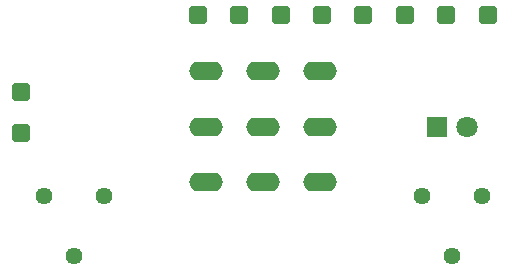
<source format=gbr>
%TF.GenerationSoftware,KiCad,Pcbnew,(6.0.7)*%
%TF.CreationDate,2022-11-14T21:42:39-08:00*%
%TF.ProjectId,3PDT_Regulator,33504454-5f52-4656-9775-6c61746f722e,rev?*%
%TF.SameCoordinates,Original*%
%TF.FileFunction,Soldermask,Bot*%
%TF.FilePolarity,Negative*%
%FSLAX46Y46*%
G04 Gerber Fmt 4.6, Leading zero omitted, Abs format (unit mm)*
G04 Created by KiCad (PCBNEW (6.0.7)) date 2022-11-14 21:42:39*
%MOMM*%
%LPD*%
G01*
G04 APERTURE LIST*
G04 Aperture macros list*
%AMRoundRect*
0 Rectangle with rounded corners*
0 $1 Rounding radius*
0 $2 $3 $4 $5 $6 $7 $8 $9 X,Y pos of 4 corners*
0 Add a 4 corners polygon primitive as box body*
4,1,4,$2,$3,$4,$5,$6,$7,$8,$9,$2,$3,0*
0 Add four circle primitives for the rounded corners*
1,1,$1+$1,$2,$3*
1,1,$1+$1,$4,$5*
1,1,$1+$1,$6,$7*
1,1,$1+$1,$8,$9*
0 Add four rect primitives between the rounded corners*
20,1,$1+$1,$2,$3,$4,$5,0*
20,1,$1+$1,$4,$5,$6,$7,0*
20,1,$1+$1,$6,$7,$8,$9,0*
20,1,$1+$1,$8,$9,$2,$3,0*%
G04 Aperture macros list end*
%ADD10C,1.440000*%
%ADD11RoundRect,0.250000X-0.500000X-0.500000X0.500000X-0.500000X0.500000X0.500000X-0.500000X0.500000X0*%
%ADD12RoundRect,0.250000X0.500000X0.500000X-0.500000X0.500000X-0.500000X-0.500000X0.500000X-0.500000X0*%
%ADD13O,2.850000X1.600000*%
%ADD14R,1.800000X1.800000*%
%ADD15C,1.800000*%
G04 APERTURE END LIST*
D10*
%TO.C,RV2*%
X253460000Y-135845000D03*
X256000000Y-140925000D03*
X258540000Y-135845000D03*
%TD*%
%TO.C,RV1*%
X221460000Y-135845000D03*
X224000000Y-140925000D03*
X226540000Y-135845000D03*
%TD*%
D11*
%TO.C,P10*%
X259000000Y-120500000D03*
%TD*%
%TO.C,P9*%
X234500000Y-120500000D03*
%TD*%
D12*
%TO.C,P8*%
X219500000Y-130500000D03*
%TD*%
D13*
%TO.C,SW1*%
X244800000Y-134700000D03*
X244800000Y-130000000D03*
X244800000Y-125300000D03*
X240000000Y-134700000D03*
X240000000Y-130000000D03*
X240000000Y-125300000D03*
X235200000Y-134700000D03*
X235200000Y-130000000D03*
X235200000Y-125300000D03*
%TD*%
D12*
%TO.C,P7*%
X248500000Y-120500000D03*
%TD*%
D11*
%TO.C,P6*%
X252000000Y-120500000D03*
%TD*%
%TO.C,P5*%
X255500000Y-120500000D03*
%TD*%
%TO.C,P4*%
X245000000Y-120500000D03*
%TD*%
%TO.C,P3*%
X241500000Y-120500000D03*
%TD*%
%TO.C,P2*%
X238000000Y-120500000D03*
%TD*%
D12*
%TO.C,P1*%
X219500000Y-127000000D03*
%TD*%
D14*
%TO.C,D1*%
X254725000Y-130000000D03*
D15*
X257265000Y-130000000D03*
%TD*%
M02*

</source>
